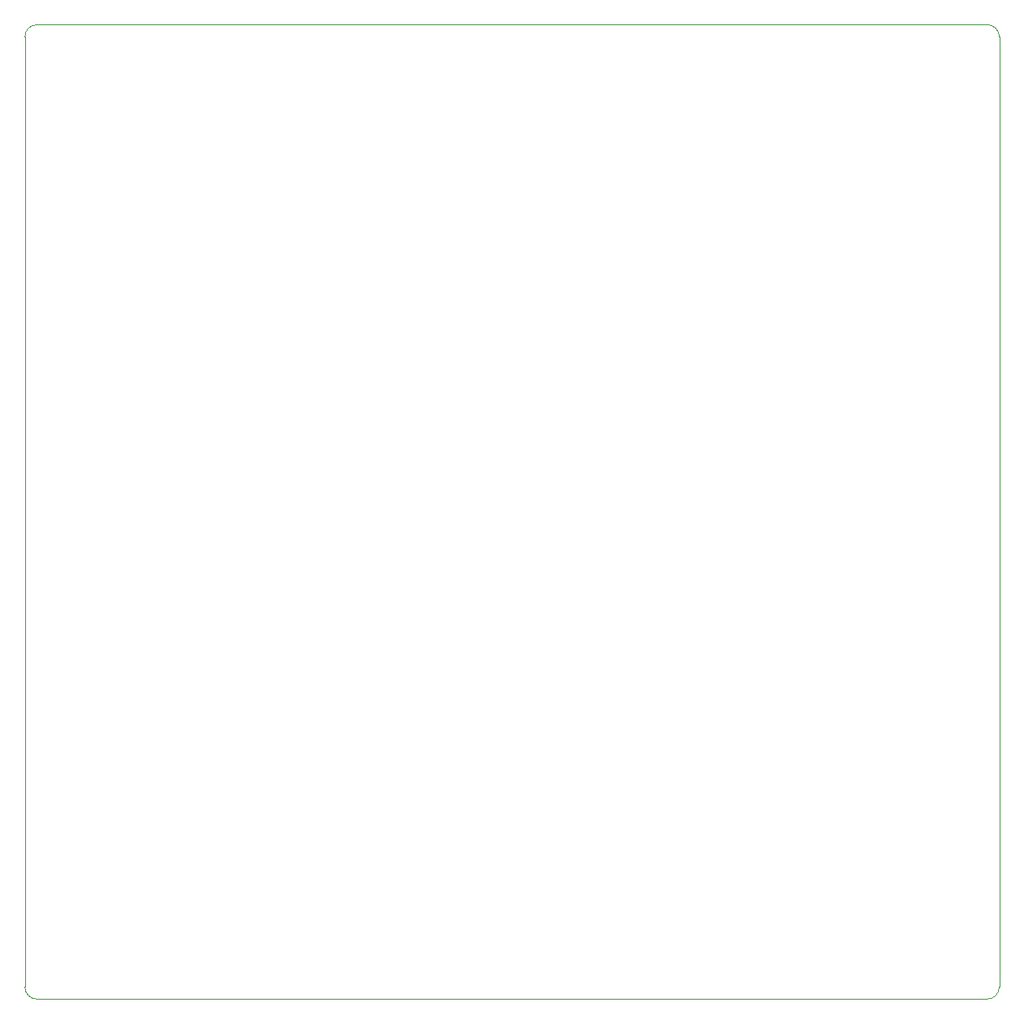
<source format=gm1>
G04 #@! TF.GenerationSoftware,KiCad,Pcbnew,7.0.7*
G04 #@! TF.CreationDate,2024-02-27T11:50:38-06:00*
G04 #@! TF.ProjectId,Relay_board_hardware,52656c61-795f-4626-9f61-72645f686172,rev?*
G04 #@! TF.SameCoordinates,Original*
G04 #@! TF.FileFunction,Profile,NP*
%FSLAX46Y46*%
G04 Gerber Fmt 4.6, Leading zero omitted, Abs format (unit mm)*
G04 Created by KiCad (PCBNEW 7.0.7) date 2024-02-27 11:50:38*
%MOMM*%
%LPD*%
G01*
G04 APERTURE LIST*
G04 #@! TA.AperFunction,Profile*
%ADD10C,0.100000*%
G04 #@! TD*
G04 APERTURE END LIST*
D10*
X101600000Y-52070000D02*
X101600000Y-151130000D01*
X102870000Y-152400000D02*
X201930000Y-152400000D01*
X101600000Y-151130000D02*
G75*
G03*
X102870000Y-152400000I1270000J0D01*
G01*
X102870000Y-50800000D02*
X201930000Y-50800000D01*
X201930000Y-152400000D02*
G75*
G03*
X203200000Y-151130000I0J1270000D01*
G01*
X203200000Y-151130000D02*
X203200000Y-52070000D01*
X203200000Y-52070000D02*
G75*
G03*
X201930000Y-50800000I-1270000J0D01*
G01*
X102870000Y-50800000D02*
G75*
G03*
X101600000Y-52070000I0J-1270000D01*
G01*
M02*

</source>
